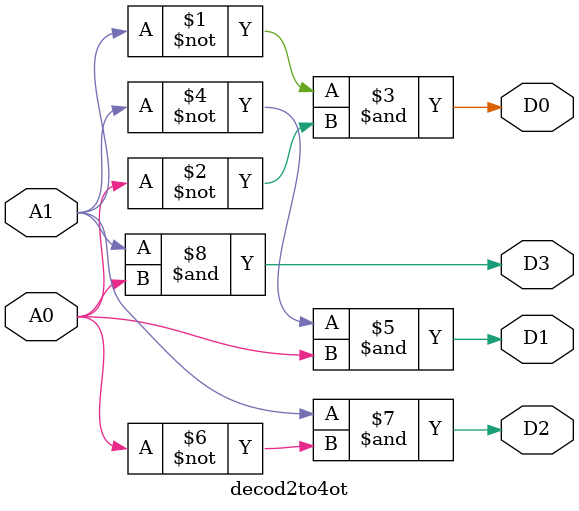
<source format=v>
module decod2to4ot(A1,A0,D0,D1,D2,D3);
	output D0,D1,D2,D3;
	input A1,A0;
	assign D0=~A1&~A0;
	assign D1=~A1&A0;
	assign D2=A1&~A0;	
	assign D3=A1&A0;
endmodule

</source>
